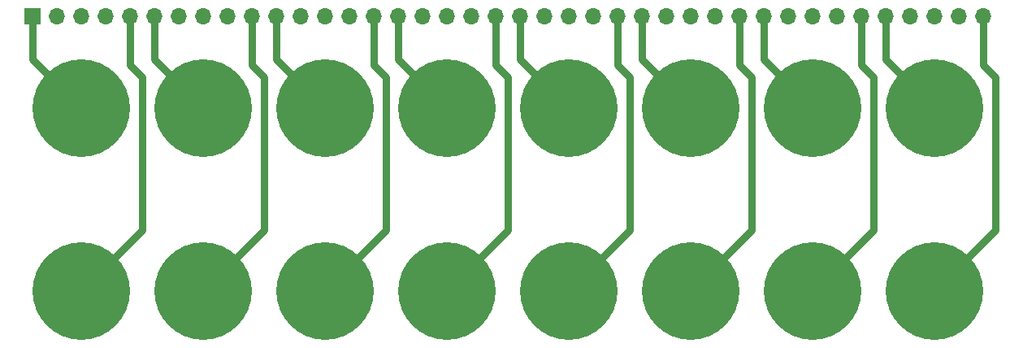
<source format=gbr>
From 1b8c0d32795be404dcd4f493d450cfa59134e1af Mon Sep 17 00:00:00 2001
From: Blaise Thompson <blaise@untzag.com>
Date: Fri, 7 May 2021 11:44:21 -0500
Subject: add

---
 .../front-panel-pcb/gerber/daughter-B_Cu.gbr       | 176 +++++++++++++++++++++
 1 file changed, 176 insertions(+)
 create mode 100644 potentiosynth/front-panel-pcb/gerber/daughter-B_Cu.gbr

(limited to 'potentiosynth/front-panel-pcb/gerber/daughter-B_Cu.gbr')

diff --git a/potentiosynth/front-panel-pcb/gerber/daughter-B_Cu.gbr b/potentiosynth/front-panel-pcb/gerber/daughter-B_Cu.gbr
new file mode 100644
index 0000000..f6cdbd0
--- /dev/null
+++ b/potentiosynth/front-panel-pcb/gerber/daughter-B_Cu.gbr
@@ -0,0 +1,176 @@
+G04 #@! TF.GenerationSoftware,KiCad,Pcbnew,5.1.5+dfsg1-2*
+G04 #@! TF.CreationDate,2020-03-03T15:33:36-06:00*
+G04 #@! TF.ProjectId,daughter,64617567-6874-4657-922e-6b696361645f,1.3.1*
+G04 #@! TF.SameCoordinates,Original*
+G04 #@! TF.FileFunction,Copper,L2,Bot*
+G04 #@! TF.FilePolarity,Positive*
+%FSLAX46Y46*%
+G04 Gerber Fmt 4.6, Leading zero omitted, Abs format (unit mm)*
+G04 Created by KiCad (PCBNEW 5.1.5+dfsg1-2) date 2020-03-03 15:33:36*
+%MOMM*%
+%LPD*%
+G04 APERTURE LIST*
+%ADD10C,10.160000*%
+%ADD11O,1.700000X1.700000*%
+%ADD12R,1.700000X1.700000*%
+%ADD13C,0.762000*%
+G04 APERTURE END LIST*
+D10*
+X133350000Y-104775000D03*
+X158750000Y-85725000D03*
+X133350000Y-85725000D03*
+X107950000Y-85725000D03*
+X82550000Y-85725000D03*
+X146050000Y-85725000D03*
+X120650000Y-85725000D03*
+X95250000Y-85725000D03*
+X69850000Y-85725000D03*
+X158750000Y-104775000D03*
+X107950000Y-104775000D03*
+X82550000Y-104775000D03*
+X146050000Y-104775000D03*
+X120650000Y-104775000D03*
+X95250000Y-104775000D03*
+X69850000Y-104775000D03*
+D11*
+X163830000Y-76200000D03*
+X161290000Y-76200000D03*
+X158750000Y-76200000D03*
+X156210000Y-76200000D03*
+X153670000Y-76200000D03*
+X151130000Y-76200000D03*
+X148590000Y-76200000D03*
+X146050000Y-76200000D03*
+X143510000Y-76200000D03*
+X140970000Y-76200000D03*
+X138430000Y-76200000D03*
+X135890000Y-76200000D03*
+X133350000Y-76200000D03*
+X130810000Y-76200000D03*
+X128270000Y-76200000D03*
+X125730000Y-76200000D03*
+X123190000Y-76200000D03*
+X120650000Y-76200000D03*
+X118110000Y-76200000D03*
+X115570000Y-76200000D03*
+X113030000Y-76200000D03*
+X110490000Y-76200000D03*
+X107950000Y-76200000D03*
+X105410000Y-76200000D03*
+X102870000Y-76200000D03*
+X100330000Y-76200000D03*
+X97790000Y-76200000D03*
+X95250000Y-76200000D03*
+X92710000Y-76200000D03*
+X90170000Y-76200000D03*
+X87630000Y-76200000D03*
+X85090000Y-76200000D03*
+X82550000Y-76200000D03*
+X80010000Y-76200000D03*
+X77470000Y-76200000D03*
+X74930000Y-76200000D03*
+X72390000Y-76200000D03*
+X69850000Y-76200000D03*
+X67310000Y-76200000D03*
+D12*
+X64770000Y-76200000D03*
+D13*
+X163830000Y-76200000D02*
+X163830000Y-81280000D01*
+X163830000Y-81280000D02*
+X165100000Y-82550000D01*
+X165100000Y-98425000D02*
+X158750000Y-104775000D01*
+X165100000Y-98425000D02*
+X165100000Y-82550000D01*
+X153670001Y-80645001D02*
+X158750000Y-85725000D01*
+X153670000Y-76200000D02*
+X153670001Y-80645001D01*
+X152400000Y-98425000D02*
+X146050000Y-104775000D01*
+X151130000Y-76200000D02*
+X151130000Y-81280000D01*
+X151130000Y-81280000D02*
+X152400000Y-82550000D01*
+X152400000Y-82550000D02*
+X152400000Y-98425000D01*
+X140970001Y-80645001D02*
+X146050000Y-85725000D01*
+X140970000Y-76200000D02*
+X140970001Y-80645001D01*
+X128270001Y-80645001D02*
+X133350000Y-85725000D01*
+X128270000Y-76200000D02*
+X128270001Y-80645001D01*
+X127000000Y-98425000D02*
+X120650000Y-104775000D01*
+X125730000Y-76200000D02*
+X125730000Y-81280000D01*
+X125730000Y-81280000D02*
+X127000000Y-82550000D01*
+X127000000Y-82550000D02*
+X127000000Y-98425000D01*
+X115570001Y-80645001D02*
+X120650000Y-85725000D01*
+X115570001Y-76199999D02*
+X115570001Y-80645001D01*
+X115570000Y-76200000D02*
+X115570001Y-76199999D01*
+X114300000Y-98425000D02*
+X107950000Y-104775000D01*
+X113030000Y-76200000D02*
+X113030000Y-81280000D01*
+X113030000Y-81280000D02*
+X114300000Y-82550000D01*
+X114300000Y-82550000D02*
+X114300000Y-98425000D01*
+X102870001Y-80645001D02*
+X107950000Y-85725000D01*
+X102870000Y-76200000D02*
+X102870001Y-80645001D01*
+X101600000Y-98425000D02*
+X95250000Y-104775000D01*
+X100330000Y-76200000D02*
+X100330000Y-81280000D01*
+X100330000Y-81280000D02*
+X101600000Y-82550000D01*
+X101600000Y-82550000D02*
+X101600000Y-98425000D01*
+X90170001Y-80645001D02*
+X95250000Y-85725000D01*
+X90170000Y-76200000D02*
+X90170001Y-80645001D01*
+X88900000Y-98425000D02*
+X82550000Y-104775000D01*
+X87630000Y-76200000D02*
+X87630000Y-81280000D01*
+X87630000Y-81280000D02*
+X88900000Y-82550000D01*
+X88900000Y-82550000D02*
+X88900000Y-98425000D01*
+X77470001Y-80645001D02*
+X82550000Y-85725000D01*
+X77470000Y-76200000D02*
+X77470001Y-80645001D01*
+X76200000Y-98425000D02*
+X69850000Y-104775000D01*
+X74930000Y-76200000D02*
+X74930000Y-81280000D01*
+X74930000Y-81280000D02*
+X76200000Y-82550000D01*
+X76200000Y-82550000D02*
+X76200000Y-98425000D01*
+X64770001Y-80645001D02*
+X69850000Y-85725000D01*
+X64770000Y-76200000D02*
+X64770001Y-80645001D01*
+X133350000Y-104775000D02*
+X139700000Y-98425000D01*
+X138430000Y-76200000D02*
+X138430000Y-81280000D01*
+X138430000Y-81280000D02*
+X139700000Y-82550000D01*
+X139700000Y-82550000D02*
+X139700000Y-98425000D01*
+M02*
-- 
cgit v1.2.3


</source>
